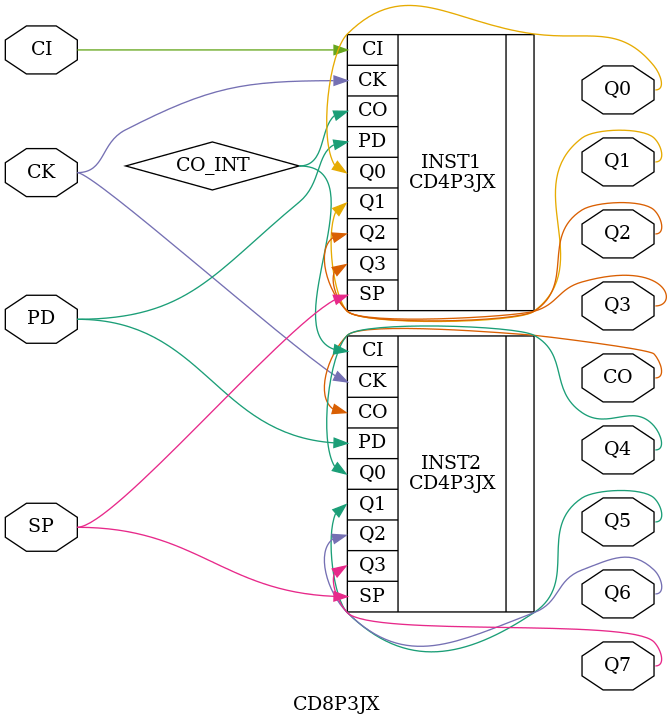
<source format=v>
`resetall
`timescale 1 ns / 100 ps

`celldefine

/* Created by DB2VERILOG Version 1.3.8.0 on Mon Sep 15 14:02:09 1997 */
/* module compiled from "lsl2db 4.4.5 (07/17/96)" run */

module CD8P3JX (CI, SP, CK, PD, CO, Q0, Q1, Q2, Q3, 
       Q4, Q5, Q6, Q7);
parameter DISABLED_GSR = 0;
defparam INST1.DISABLED_GSR = DISABLED_GSR;
defparam INST2.DISABLED_GSR = DISABLED_GSR;
input  CI, SP, CK, PD;
output CO, Q0, Q1, Q2, Q3, Q4, Q5, Q6, Q7;
CD4P3JX INST1 (.CI(CI), .SP(SP), .CK(CK), .PD(PD), .CO(
      CO_INT), .Q0(Q0), .Q1(Q1), .Q2(Q2), .Q3(Q3));
CD4P3JX INST2 (.CI(CO_INT), .SP(SP), .CK(CK), .PD(PD),
      .CO(CO), .Q0(Q4), .Q1(Q5), .Q2(Q6), .Q3(Q7));

endmodule

`endcelldefine

</source>
